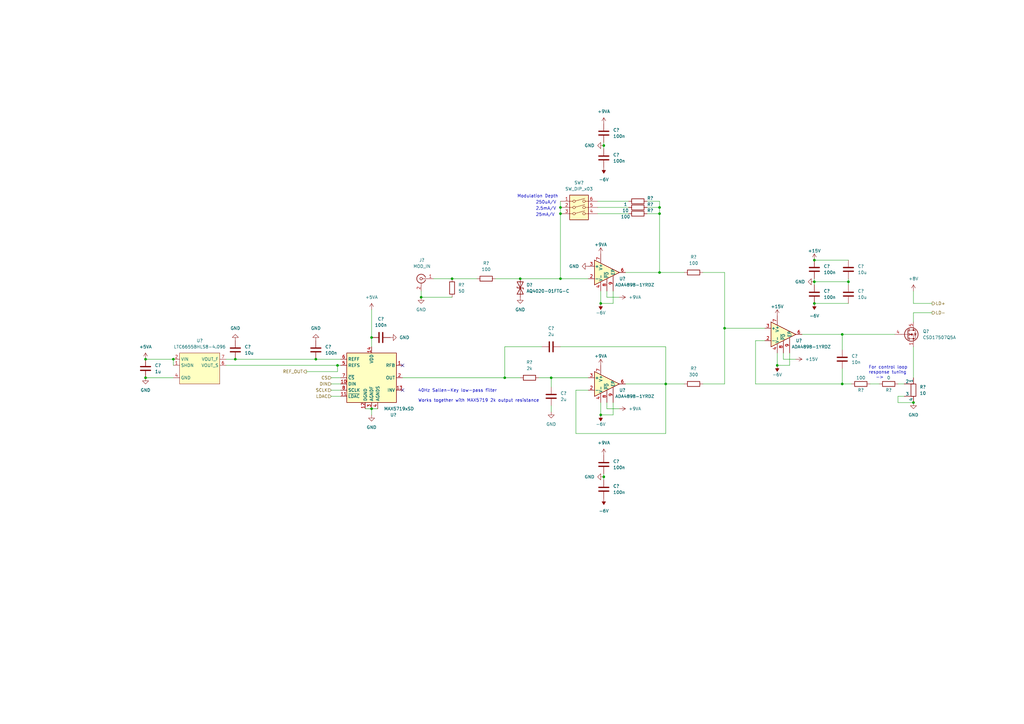
<source format=kicad_sch>
(kicad_sch (version 20211123) (generator eeschema)
  (paper "A3")
  (lib_symbols
    (symbol "Amplifier_Operational:ADA4898-1YRDZ" (pin_names (offset 0.127))
      (property "Reference" "U" (at 3.81 3.81 0))
      (property "Value" "ADA4898-1YRDZ" (at 11.43 -2.54 0))
      (symbol "ADA4898-1YRDZ_1_1"
        (polyline (pts (xy -5.08 5.08) (xy 5.08 0) (xy -5.08 -5.08) (xy -5.08 5.08)) (stroke (width 0.254)) (fill (type background)))
        (pin input line (at -7.62 -2.54 0) (length 2.54) (name "-") (number "2"))
        (pin input line (at -7.62 2.54 0) (length 2.54) (name "+") (number "3"))
        (pin power_in line (at -2.54 -7.62 90) (length 3.81) (name "V-") (number "4"))
        (pin output line (at 7.62 0 180) (length 2.54) (name "~") (number "6"))
        (pin power_in line (at -2.54 7.62 270) (length 3.81) (name "V+") (number "7"))
        (pin input line (at 0 -7.62 90) (length 5.08) (name "~{PD}") (number "8"))
        (pin passive line (at 2.54 -7.62 90) (length 6.35) (name "EP") (number "9"))
      )
    )
    (symbol "Analog_DAC:MAX5719xSD"
      (property "Reference" "U" (at -10.16 11.43 0))
      (property "Value" "MAX5719xSD" (at 1.27 11.43 0))
      (symbol "MAX5719xSD_0_1"
        (rectangle (start -10.16 10.16) (end 10.16 -10.16) (stroke (width 0.254)) (fill (type background)))
      )
      (symbol "MAX5719xSD_1_1"
        (pin passive line (at 12.7 5.08 180) (length 2.54) (name "RFB") (number "1"))
        (pin input line (at -12.7 -2.54 0) (length 2.54) (name "DIN") (number "10"))
        (pin input line (at -12.7 -7.62 0) (length 2.54) (name "~{LDAC}") (number "11"))
        (pin power_in line (at -2.54 -12.7 90) (length 2.54) (name "DGND") (number "12"))
        (pin passive line (at 12.7 -5.08 180) (length 2.54) (name "INV") (number "13"))
        (pin power_in line (at 0 12.7 270) (length 2.54) (name "VDD") (number "14"))
        (pin output line (at 12.7 0 180) (length 2.54) (name "OUT") (number "2"))
        (pin power_in line (at 0 -12.7 90) (length 2.54) (name "AGNDF") (number "3"))
        (pin power_in line (at 2.54 -12.7 90) (length 2.54) (name "AGNDS") (number "4"))
        (pin input line (at -12.7 5.08 0) (length 2.54) (name "REFS") (number "5"))
        (pin input line (at -12.7 7.62 0) (length 2.54) (name "REFF") (number "6"))
        (pin input line (at -12.7 0 0) (length 2.54) (name "~{CS}") (number "7"))
        (pin input line (at -12.7 -5.08 0) (length 2.54) (name "SCLK") (number "8"))
        (pin no_connect line (at 10.16 -7.62 180) (length 2.54) hide (name "NC") (number "9"))
      )
    )
    (symbol "Connector:Conn_Coaxial" (pin_names (offset 1.016) hide)
      (property "Reference" "J" (at 0.254 3.048 0))
      (property "Value" "Conn_Coaxial" (at 2.921 0 90))
      (symbol "Conn_Coaxial_0_1"
        (arc (start -1.778 -0.508) (mid 0.2311 -1.8066) (end 1.778 0) (stroke (width 0.254)))
        (polyline (pts (xy -2.54 0) (xy -0.508 0)))
        (polyline (pts (xy 0 -2.54) (xy 0 -1.778)))
        (circle (center 0 0) (radius 0.508) (stroke (width 0.2032)))
        (arc (start 1.778 0) (mid 0.2099 1.8101) (end -1.778 0.508) (stroke (width 0.254)))
      )
      (symbol "Conn_Coaxial_1_1"
        (pin passive line (at -5.08 0 0) (length 2.54) (name "In") (number "1"))
        (pin passive line (at 0 -5.08 90) (length 2.54) (name "Ext") (number "2"))
      )
    )
    (symbol "Device:C" (pin_numbers hide) (pin_names (offset 0.254))
      (property "Reference" "C" (at 0.635 2.54 0))
      (property "Value" "C" (at 0.635 -2.54 0))
      (symbol "C_0_1"
        (polyline (pts (xy -2.032 -0.762) (xy 2.032 -0.762)) (stroke (width 0.508)))
        (polyline (pts (xy -2.032 0.762) (xy 2.032 0.762)) (stroke (width 0.508)))
      )
      (symbol "C_1_1"
        (pin passive line (at 0 3.81 270) (length 2.794) (name "~") (number "1"))
        (pin passive line (at 0 -3.81 90) (length 2.794) (name "~") (number "2"))
      )
    )
    (symbol "Device:D_TVS" (pin_numbers hide) (pin_names (offset 1.016) hide)
      (property "Reference" "D" (at 0 2.54 0))
      (property "Value" "D_TVS" (at 0 -2.54 0))
      (symbol "D_TVS_0_1"
        (polyline (pts (xy 1.27 0) (xy -1.27 0)))
        (polyline (pts (xy 0.508 1.27) (xy 0 1.27) (xy 0 -1.27) (xy -0.508 -1.27)) (stroke (width 0.254)))
        (polyline (pts (xy -2.54 1.27) (xy -2.54 -1.27) (xy 2.54 1.27) (xy 2.54 -1.27) (xy -2.54 1.27)) (stroke (width 0.254)))
      )
      (symbol "D_TVS_1_1"
        (pin passive line (at -3.81 0 0) (length 2.54) (name "A1") (number "1"))
        (pin passive line (at 3.81 0 180) (length 2.54) (name "A2") (number "2"))
      )
    )
    (symbol "Device:R" (pin_numbers hide) (pin_names (offset 0))
      (property "Reference" "R" (at 2.032 0 90))
      (property "Value" "R" (at 0 0 90))
      (symbol "R_0_1"
        (rectangle (start -1.016 -2.54) (end 1.016 2.54) (stroke (width 0.254)))
      )
      (symbol "R_1_1"
        (pin passive line (at 0 3.81 270) (length 1.27) (name "~") (number "1"))
        (pin passive line (at 0 -3.81 90) (length 1.27) (name "~") (number "2"))
      )
    )
    (symbol "Device:R_Shunt" (pin_numbers hide) (pin_names (offset 0))
      (property "Reference" "R" (at -4.445 0 90))
      (property "Value" "R_Shunt" (at -2.54 0 90))
      (symbol "R_Shunt_0_1"
        (rectangle (start -1.016 -2.54) (end 1.016 2.54) (stroke (width 0.254)))
        (polyline (pts (xy 0 -2.54) (xy 1.27 -2.54)))
        (polyline (pts (xy 1.27 2.54) (xy 0 2.54)))
      )
      (symbol "R_Shunt_1_1"
        (pin passive line (at 0 5.08 270) (length 2.54) (name "1") (number "1"))
        (pin passive line (at 3.81 2.54 180) (length 2.54) (name "2") (number "2"))
        (pin passive line (at 3.81 -2.54 180) (length 2.54) (name "3") (number "3"))
        (pin passive line (at 0 -5.08 90) (length 2.54) (name "4") (number "4"))
      )
    )
    (symbol "Switch:SW_DIP_x03" (pin_names (offset 0) hide)
      (property "Reference" "SW" (at 0 8.89 0))
      (property "Value" "SW_DIP_x03" (at 0 -3.81 0))
      (symbol "SW_DIP_x03_0_0"
        (circle (center -2.032 0) (radius 0.508))
        (circle (center -2.032 2.54) (radius 0.508))
        (circle (center -2.032 5.08) (radius 0.508))
        (polyline (pts (xy -1.524 0.127) (xy 2.3622 1.1684)))
        (polyline (pts (xy -1.524 2.667) (xy 2.3622 3.7084)))
        (polyline (pts (xy -1.524 5.207) (xy 2.3622 6.2484)))
        (circle (center 2.032 0) (radius 0.508))
        (circle (center 2.032 2.54) (radius 0.508))
        (circle (center 2.032 5.08) (radius 0.508))
      )
      (symbol "SW_DIP_x03_0_1"
        (rectangle (start -3.81 7.62) (end 3.81 -2.54) (stroke (width 0.254)) (fill (type background)))
      )
      (symbol "SW_DIP_x03_1_1"
        (pin passive line (at -7.62 5.08 0) (length 5.08) (name "~") (number "1"))
        (pin passive line (at -7.62 2.54 0) (length 5.08) (name "~") (number "2"))
        (pin passive line (at -7.62 0 0) (length 5.08) (name "~") (number "3"))
        (pin passive line (at 7.62 0 180) (length 5.08) (name "~") (number "4"))
        (pin passive line (at 7.62 2.54 180) (length 5.08) (name "~") (number "5"))
        (pin passive line (at 7.62 5.08 180) (length 5.08) (name "~") (number "6"))
      )
    )
    (symbol "Transistor_FET:CSD17507Q5A" (pin_names hide)
      (property "Reference" "Q" (at 5.08 1.905 0))
      (property "Value" "CSD17507Q5A" (at 5.08 0 0))
      (symbol "CSD17507Q5A_0_1"
        (polyline (pts (xy 0.254 0) (xy -2.54 0)))
        (polyline (pts (xy 0.254 1.905) (xy 0.254 -1.905)) (stroke (width 0.254)))
        (polyline (pts (xy 0.762 -1.27) (xy 0.762 -2.286)) (stroke (width 0.254)))
        (polyline (pts (xy 0.762 0.508) (xy 0.762 -0.508)) (stroke (width 0.254)))
        (polyline (pts (xy 0.762 2.286) (xy 0.762 1.27)) (stroke (width 0.254)))
        (polyline (pts (xy 2.54 2.54) (xy 2.54 1.778)))
        (polyline (pts (xy 2.54 -2.54) (xy 2.54 0) (xy 0.762 0)))
        (polyline (pts (xy 0.762 -1.778) (xy 3.302 -1.778) (xy 3.302 1.778) (xy 0.762 1.778)))
        (polyline (pts (xy 1.016 0) (xy 2.032 0.381) (xy 2.032 -0.381) (xy 1.016 0)) (fill (type outline)))
        (polyline (pts (xy 2.794 0.508) (xy 2.921 0.381) (xy 3.683 0.381) (xy 3.81 0.254)))
        (polyline (pts (xy 3.302 0.381) (xy 2.921 -0.254) (xy 3.683 -0.254) (xy 3.302 0.381)))
        (circle (center 1.651 0) (radius 2.794) (stroke (width 0.254)))
        (circle (center 2.54 -1.778) (radius 0.254) (fill (type outline)))
        (circle (center 2.54 1.778) (radius 0.254) (fill (type outline)))
      )
      (symbol "CSD17507Q5A_1_1"
        (pin passive line (at 2.54 -5.08 90) (length 2.54) (name "S") (number "1"))
        (pin passive line (at 2.54 -5.08 90) (length 2.54) hide (name "S") (number "2"))
        (pin passive line (at 2.54 -5.08 90) (length 2.54) hide (name "S") (number "3"))
        (pin passive line (at -5.08 0 0) (length 2.54) (name "G") (number "4"))
        (pin passive line (at 2.54 5.08 270) (length 2.54) (name "D") (number "5"))
      )
    )
    (symbol "kirdy:LTC6655"
      (property "Reference" "U" (at 0 -10.16 0))
      (property "Value" "LTC6655" (at 0 -7.62 0))
      (symbol "LTC6655_0_0"
        (pin input line (at -10.16 2.54 0) (length 2.54) (name "SHDN") (number "1"))
        (pin power_in line (at -10.16 5.08 0) (length 2.54) (name "VIN") (number "2"))
        (pin power_in line (at -10.16 -2.54 0) (length 2.54) hide (name "GND") (number "3"))
        (pin power_in line (at -10.16 -2.54 0) (length 2.54) (name "GND") (number "4"))
        (pin power_in line (at -10.16 -2.54 0) (length 2.54) hide (name "GND") (number "5"))
        (pin input line (at 11.43 2.54 180) (length 2.54) (name "VOUT_S") (number "6"))
        (pin output line (at 11.43 5.08 180) (length 2.54) (name "VOUT_F") (number "7"))
        (pin power_in line (at -10.16 -2.54 0) (length 2.54) hide (name "GND") (number "8"))
      )
      (symbol "LTC6655_0_1"
        (rectangle (start -7.62 7.62) (end 8.89 -5.08) (fill (type background)))
      )
    )
    (symbol "power:+15V" (power) (pin_names (offset 0))
      (property "Value" "+15V" (at 0 3.556 0))
      (symbol "+15V_0_1"
        (polyline (pts (xy -0.762 1.27) (xy 0 2.54)))
        (polyline (pts (xy 0 0) (xy 0 2.54)))
        (polyline (pts (xy 0 2.54) (xy 0.762 1.27)))
      )
      (symbol "+15V_1_1"
        (pin power_in line (at 0 0 90) (length 0) hide (name "+15V") (number "1"))
      )
    )
    (symbol "power:+5VA" (power) (pin_names (offset 0))
      (property "Value" "+5VA" (at 0 3.556 0))
      (symbol "+5VA_0_1"
        (polyline (pts (xy -0.762 1.27) (xy 0 2.54)))
        (polyline (pts (xy 0 0) (xy 0 2.54)))
        (polyline (pts (xy 0 2.54) (xy 0.762 1.27)))
      )
      (symbol "+5VA_1_1"
        (pin power_in line (at 0 0 90) (length 0) hide (name "+5VA") (number "1"))
      )
    )
    (symbol "power:+8V" (power) (pin_names (offset 0))
      (property "Value" "+8V" (at 0 3.556 0))
      (symbol "+8V_0_1"
        (polyline (pts (xy -0.762 1.27) (xy 0 2.54)))
        (polyline (pts (xy 0 0) (xy 0 2.54)))
        (polyline (pts (xy 0 2.54) (xy 0.762 1.27)))
      )
      (symbol "+8V_1_1"
        (pin power_in line (at 0 0 90) (length 0) hide (name "+8V") (number "1"))
      )
    )
    (symbol "power:+9VA" (power) (pin_names (offset 0))
      (property "Value" "+9VA" (at 0 3.81 0))
      (symbol "+9VA_0_1"
        (polyline (pts (xy -0.762 1.27) (xy 0 2.54)))
        (polyline (pts (xy 0 0) (xy 0 2.54)))
        (polyline (pts (xy 0 2.54) (xy 0.762 1.27)))
      )
      (symbol "+9VA_1_1"
        (pin power_in line (at 0 0 90) (length 0) hide (name "+9VA") (number "1"))
      )
    )
    (symbol "power:-6V" (power) (pin_names (offset 0))
      (property "Value" "-6V" (at 0 3.81 0))
      (symbol "-6V_0_0"
        (pin power_in line (at 0 0 90) (length 0) hide (name "-6V") (number "1"))
      )
      (symbol "-6V_0_1"
        (polyline (pts (xy 0 0) (xy 0 1.27) (xy 0.762 1.27) (xy 0 2.54) (xy -0.762 1.27) (xy 0 1.27)) (fill (type outline)))
      )
    )
    (symbol "power:GND" (power) (pin_names (offset 0))
      (property "Value" "GND" (at 0 -3.81 0))
      (symbol "GND_0_1"
        (polyline (pts (xy 0 0) (xy 0 -1.27) (xy 1.27 -1.27) (xy 0 -2.54) (xy -1.27 -1.27) (xy 0 -1.27)))
      )
      (symbol "GND_1_1"
        (pin power_in line (at 0 0 270) (length 0) hide (name "GND") (number "1"))
      )
    )
  )
  (junction (at 229.87 87.63))
  (junction (at 270.51 111.76))
  (junction (at 318.77 149.86))
  (junction (at 229.87 85.09))
  (junction (at 334.01 115.57))
  (junction (at 138.43 149.86))
  (junction (at 247.65 59.69))
  (junction (at 213.36 114.3))
  (junction (at 334.01 106.68))
  (junction (at 185.42 114.3))
  (junction (at 246.38 170.18))
  (junction (at 273.05 157.48))
  (junction (at 246.38 124.46))
  (junction (at 129.54 147.32))
  (junction (at 207.01 154.94))
  (junction (at 96.52 147.32))
  (junction (at 347.98 115.57))
  (junction (at 226.06 154.94))
  (junction (at 247.65 195.58))
  (junction (at 71.12 147.32))
  (junction (at 334.01 124.46))
  (junction (at 270.51 87.63))
  (junction (at 345.44 157.48))
  (junction (at 374.65 165.1))
  (junction (at 59.69 154.94))
  (junction (at 152.4 138.43))
  (junction (at 152.4 167.64))
  (junction (at 345.44 137.16))
  (junction (at 270.51 85.09))
  (junction (at 172.72 121.92))
  (junction (at 59.69 147.32))
  (junction (at 229.87 114.3))
  (junction (at 297.18 134.62))
  (no_connect (at 165.1 160.02))
  (no_connect (at 165.1 149.86))
  (wire (pts (xy 226.06 166.37) (xy 226.06 168.91)))
  (wire (pts (xy 207.01 154.94) (xy 213.36 154.94)))
  (wire (pts (xy 71.12 147.32) (xy 71.12 149.86)))
  (wire (pts (xy 247.65 194.31) (xy 247.65 195.58)))
  (wire (pts (xy 172.72 121.92) (xy 185.42 121.92)))
  (wire (pts (xy 273.05 157.48) (xy 280.67 157.48)))
  (wire (pts (xy 334.01 115.57) (xy 334.01 116.84)))
  (wire (pts (xy 374.65 132.08) (xy 374.65 128.27)))
  (wire (pts (xy 229.87 142.24) (xy 273.05 142.24)))
  (wire (pts (xy 172.72 121.92) (xy 172.72 119.38)))
  (wire (pts (xy 125.73 152.4) (xy 138.43 152.4)))
  (wire (pts (xy 345.44 137.16) (xy 345.44 143.51)))
  (wire (pts (xy 328.93 137.16) (xy 345.44 137.16)))
  (wire (pts (xy 248.92 167.64) (xy 254 167.64)))
  (wire (pts (xy 213.36 114.3) (xy 229.87 114.3)))
  (wire (pts (xy 288.29 157.48) (xy 297.18 157.48)))
  (wire (pts (xy 247.65 59.69) (xy 247.65 60.96)))
  (wire (pts (xy 185.42 114.3) (xy 195.58 114.3)))
  (wire (pts (xy 177.8 114.3) (xy 185.42 114.3)))
  (wire (pts (xy 135.89 160.02) (xy 139.7 160.02)))
  (wire (pts (xy 270.51 82.55) (xy 270.51 85.09)))
  (wire (pts (xy 270.51 87.63) (xy 270.51 111.76)))
  (wire (pts (xy 203.2 114.3) (xy 213.36 114.3)))
  (wire (pts (xy 321.31 147.32) (xy 326.39 147.32)))
  (wire (pts (xy 368.3 162.56) (xy 368.3 165.1)))
  (wire (pts (xy 152.4 127) (xy 152.4 138.43)))
  (wire (pts (xy 96.52 147.32) (xy 129.54 147.32)))
  (wire (pts (xy 135.89 157.48) (xy 139.7 157.48)))
  (wire (pts (xy 270.51 111.76) (xy 280.67 111.76)))
  (wire (pts (xy 247.65 58.42) (xy 247.65 59.69)))
  (wire (pts (xy 138.43 152.4) (xy 138.43 149.86)))
  (wire (pts (xy 265.43 87.63) (xy 270.51 87.63)))
  (wire (pts (xy 135.89 154.94) (xy 139.7 154.94)))
  (wire (pts (xy 345.44 137.16) (xy 367.03 137.16)))
  (wire (pts (xy 256.54 157.48) (xy 273.05 157.48)))
  (wire (pts (xy 226.06 154.94) (xy 241.3 154.94)))
  (wire (pts (xy 220.98 154.94) (xy 226.06 154.94)))
  (wire (pts (xy 245.11 87.63) (xy 257.81 87.63)))
  (wire (pts (xy 273.05 177.8) (xy 273.05 157.48)))
  (wire (pts (xy 374.65 128.27) (xy 382.27 128.27)))
  (wire (pts (xy 138.43 149.86) (xy 139.7 149.86)))
  (wire (pts (xy 347.98 115.57) (xy 334.01 115.57)))
  (wire (pts (xy 92.71 149.86) (xy 138.43 149.86)))
  (wire (pts (xy 236.22 160.02) (xy 236.22 177.8)))
  (wire (pts (xy 251.46 124.46) (xy 251.46 119.38)))
  (wire (pts (xy 246.38 119.38) (xy 246.38 124.46)))
  (wire (pts (xy 251.46 170.18) (xy 251.46 165.1)))
  (wire (pts (xy 207.01 142.24) (xy 207.01 154.94)))
  (wire (pts (xy 222.25 142.24) (xy 207.01 142.24)))
  (wire (pts (xy 265.43 82.55) (xy 270.51 82.55)))
  (wire (pts (xy 297.18 134.62) (xy 313.69 134.62)))
  (wire (pts (xy 248.92 119.38) (xy 248.92 121.92)))
  (wire (pts (xy 246.38 124.46) (xy 251.46 124.46)))
  (wire (pts (xy 297.18 111.76) (xy 297.18 134.62)))
  (wire (pts (xy 318.77 149.86) (xy 323.85 149.86)))
  (wire (pts (xy 368.3 162.56) (xy 370.84 162.56)))
  (wire (pts (xy 92.71 147.32) (xy 96.52 147.32)))
  (wire (pts (xy 236.22 177.8) (xy 273.05 177.8)))
  (wire (pts (xy 356.87 157.48) (xy 360.68 157.48)))
  (wire (pts (xy 248.92 165.1) (xy 248.92 167.64)))
  (wire (pts (xy 165.1 154.94) (xy 207.01 154.94)))
  (wire (pts (xy 368.3 157.48) (xy 370.84 157.48)))
  (wire (pts (xy 256.54 111.76) (xy 270.51 111.76)))
  (wire (pts (xy 288.29 111.76) (xy 297.18 111.76)))
  (wire (pts (xy 265.43 85.09) (xy 270.51 85.09)))
  (wire (pts (xy 59.69 147.32) (xy 71.12 147.32)))
  (wire (pts (xy 59.69 154.94) (xy 71.12 154.94)))
  (wire (pts (xy 345.44 157.48) (xy 309.88 157.48)))
  (wire (pts (xy 229.87 82.55) (xy 229.87 85.09)))
  (wire (pts (xy 246.38 170.18) (xy 251.46 170.18)))
  (wire (pts (xy 318.77 144.78) (xy 318.77 149.86)))
  (wire (pts (xy 309.88 157.48) (xy 309.88 139.7)))
  (wire (pts (xy 152.4 138.43) (xy 152.4 142.24)))
  (wire (pts (xy 321.31 144.78) (xy 321.31 147.32)))
  (wire (pts (xy 374.65 124.46) (xy 382.27 124.46)))
  (wire (pts (xy 297.18 157.48) (xy 297.18 134.62)))
  (wire (pts (xy 229.87 85.09) (xy 229.87 87.63)))
  (wire (pts (xy 149.86 167.64) (xy 152.4 167.64)))
  (wire (pts (xy 135.89 162.56) (xy 139.7 162.56)))
  (wire (pts (xy 248.92 121.92) (xy 254 121.92)))
  (wire (pts (xy 129.54 147.32) (xy 139.7 147.32)))
  (wire (pts (xy 345.44 157.48) (xy 349.25 157.48)))
  (wire (pts (xy 246.38 165.1) (xy 246.38 170.18)))
  (wire (pts (xy 247.65 195.58) (xy 247.65 196.85)))
  (wire (pts (xy 229.87 87.63) (xy 229.87 114.3)))
  (wire (pts (xy 245.11 85.09) (xy 257.81 85.09)))
  (wire (pts (xy 347.98 114.3) (xy 347.98 115.57)))
  (wire (pts (xy 374.65 119.38) (xy 374.65 124.46)))
  (wire (pts (xy 152.4 167.64) (xy 152.4 170.18)))
  (wire (pts (xy 273.05 142.24) (xy 273.05 157.48)))
  (wire (pts (xy 347.98 115.57) (xy 347.98 116.84)))
  (wire (pts (xy 226.06 154.94) (xy 226.06 158.75)))
  (wire (pts (xy 241.3 160.02) (xy 236.22 160.02)))
  (wire (pts (xy 368.3 165.1) (xy 374.65 165.1)))
  (wire (pts (xy 334.01 114.3) (xy 334.01 115.57)))
  (wire (pts (xy 334.01 106.68) (xy 347.98 106.68)))
  (wire (pts (xy 334.01 124.46) (xy 347.98 124.46)))
  (wire (pts (xy 374.65 142.24) (xy 374.65 154.94)))
  (wire (pts (xy 323.85 149.86) (xy 323.85 144.78)))
  (wire (pts (xy 229.87 114.3) (xy 241.3 114.3)))
  (wire (pts (xy 345.44 151.13) (xy 345.44 157.48)))
  (wire (pts (xy 245.11 82.55) (xy 257.81 82.55)))
  (wire (pts (xy 270.51 85.09) (xy 270.51 87.63)))
  (wire (pts (xy 152.4 167.64) (xy 154.94 167.64)))
  (wire (pts (xy 309.88 139.7) (xy 313.69 139.7)))
  (text "250uA/V" (at 219.71 83.82 0) (effects (font (size 1.27 1.27)) (justify left bottom)))
  (text "2.5mA/V" (at 219.71 86.36 0) (effects (font (size 1.27 1.27)) (justify left bottom)))
  (text "For control loop\nresponse tuning\n   ->" (at 356.235 155.575 0) (effects (font (size 1.27 1.27)) (justify left bottom)))
  (text "25mA/V" (at 219.71 88.9 0) (effects (font (size 1.27 1.27)) (justify left bottom)))
  (text "40Hz Sallen-Key low-pass filter\n\nWorks together with MAX5719 2k output resistance" (at 171.45 165.1 0) (effects (font (size 1.27 1.27)) (justify left bottom)))
  (text "Modulation Depth" (at 212.09 81.28 0) (effects (font (size 1.27 1.27)) (justify left bottom)))
  (hierarchical_label "LDAC" (shape input) (at 135.89 162.56 180))
  (hierarchical_label "LD+" (shape output) (at 382.27 124.46 0))
  (hierarchical_label "SCLK" (shape input) (at 135.89 160.02 180))
  (hierarchical_label "REF_OUT" (shape output) (at 125.73 152.4 180))
  (hierarchical_label "DIN" (shape input) (at 135.89 157.48 180))
  (hierarchical_label "LD-" (shape output) (at 382.27 128.27 0))
  (hierarchical_label "CS" (shape input) (at 135.89 154.94 180))
  (symbol (lib_id "Device:R") (at 261.62 87.63 90) (unit 1)
    (property "Reference" "R?" (at 266.7 86.36 90))
    (property "Value" "100" (at 256.54 88.9 90))
  )
  (symbol (lib_id "Device:C") (at 226.06 142.24 90) (unit 1)
    (property "Reference" "C?" (at 226.06 134.62 90))
    (property "Value" "2u" (at 226.06 137.16 90))
  )
  (symbol (lib_id "power:+15V") (at 334.01 106.68 0) (unit 1)
    (property "Reference" "#PWR?" (effects hide))
    (property "Value" "+15V" (at 334.01 102.87 0))
  )
  (symbol (lib_id "power:+9VA") (at 247.65 50.8 0) (unit 1)
    (property "Reference" "#PWR?" (effects hide))
    (property "Value" "+9VA" (at 247.65 45.72 0))
  )
  (symbol (lib_id "Device:R") (at 364.49 157.48 90) (unit 1)
    (property "Reference" "R?" (at 364.49 160.02 90))
    (property "Value" "0" (at 364.49 154.94 90))
  )
  (symbol (lib_id "power:-6V") (at 247.65 68.58 180) (unit 1)
    (property "Reference" "#PWR?" (effects hide))
    (property "Value" "-6V" (at 247.65 73.66 0))
  )
  (symbol (lib_id "power:+5VA") (at 59.69 147.32 0) (unit 1)
    (property "Reference" "#PWR?" (effects hide))
    (property "Value" "+5VA" (at 59.69 142.24 0))
  )
  (symbol (lib_id "Device:C") (at 347.98 120.65 0) (unit 1)
    (property "Reference" "C?" (at 351.79 119.3799 0) (effects (justify left)))
    (property "Value" "10u" (at 351.79 121.9199 0) (effects (justify left)))
  )
  (symbol (lib_id "Device:C") (at 96.52 143.51 0) (unit 1)
    (property "Reference" "C?" (at 100.33 142.2399 0) (effects (justify left)))
    (property "Value" "10u" (at 100.33 144.7799 0) (effects (justify left)))
  )
  (symbol (lib_id "Device:R") (at 353.06 157.48 90) (unit 1)
    (property "Reference" "R?" (at 353.06 160.02 90))
    (property "Value" "100" (at 353.06 154.94 90))
  )
  (symbol (lib_id "power:GND") (at 247.65 195.58 270) (unit 1)
    (property "Reference" "#PWR?" (effects hide))
    (property "Value" "GND" (at 243.84 195.5799 90) (effects (justify right)))
  )
  (symbol (lib_id "power:GND") (at 152.4 170.18 0) (unit 1)
    (property "Reference" "#PWR?" (effects hide))
    (property "Value" "GND" (at 152.4 175.26 0))
  )
  (symbol (lib_id "Amplifier_Operational:ADA4898-1YRDZ") (at 321.31 137.16 0) (unit 1)
    (property "Reference" "U?" (at 327.66 139.7 0))
    (property "Value" "ADA4898-1YRDZ" (at 332.74 142.24 0))
    (property "Footprint" "Package_SO:SOIC-8-1EP_3.9x4.9mm_P1.27mm_EP2.29x3mm" (effects hide))
    (property "Datasheet" "https://www.analog.com/media/en/technical-documentation/data-sheets/ada4898-1_4898-2.pdf" (effects hide))
  )
  (symbol (lib_id "Device:C") (at 345.44 147.32 0) (unit 1)
    (property "Reference" "C?" (at 349.25 146.0499 0) (effects (justify left)))
    (property "Value" "10n" (at 349.25 148.5899 0) (effects (justify left)))
  )
  (symbol (lib_id "Device:R") (at 284.48 157.48 90) (unit 1)
    (property "Reference" "R?" (at 284.48 151.13 90))
    (property "Value" "300" (at 284.48 153.67 90))
  )
  (symbol (lib_id "power:GND") (at 160.02 138.43 90) (unit 1)
    (property "Reference" "#PWR?" (effects hide))
    (property "Value" "GND" (at 163.83 138.4299 90) (effects (justify right)))
  )
  (symbol (lib_id "power:GND") (at 59.69 154.94 0) (unit 1)
    (property "Reference" "#PWR?" (effects hide))
    (property "Value" "GND" (at 59.69 160.02 0))
  )
  (symbol (lib_id "power:GND") (at 96.52 139.7 180) (unit 1)
    (property "Reference" "#PWR?" (effects hide))
    (property "Value" "GND" (at 96.52 134.62 0))
  )
  (symbol (lib_id "power:+9VA") (at 247.65 186.69 0) (unit 1)
    (property "Reference" "#PWR?" (effects hide))
    (property "Value" "+9VA" (at 247.65 181.61 0))
  )
  (symbol (lib_id "Device:C") (at 247.65 54.61 0) (unit 1)
    (property "Reference" "C?" (at 251.46 53.3399 0) (effects (justify left)))
    (property "Value" "100n" (at 251.46 55.8799 0) (effects (justify left)))
  )
  (symbol (lib_id "power:-6V") (at 247.65 204.47 180) (unit 1)
    (property "Reference" "#PWR?" (effects hide))
    (property "Value" "-6V" (at 247.65 209.55 0))
  )
  (symbol (lib_id "Switch:SW_DIP_x03") (at 237.49 87.63 0) (unit 1)
    (property "Reference" "SW?" (at 237.49 74.93 0))
    (property "Value" "SW_DIP_x03" (at 237.49 77.47 0))
  )
  (symbol (lib_id "Amplifier_Operational:ADA4898-1YRDZ") (at 248.92 157.48 0) (unit 1)
    (property "Reference" "U?" (at 255.27 160.02 0))
    (property "Value" "ADA4898-1YRDZ" (at 260.35 162.56 0))
    (property "Footprint" "Package_SO:SOIC-8-1EP_3.9x4.9mm_P1.27mm_EP2.29x3mm" (effects hide))
    (property "Datasheet" "https://www.analog.com/media/en/technical-documentation/data-sheets/ada4898-1_4898-2.pdf" (effects hide))
  )
  (symbol (lib_id "power:GND") (at 334.01 115.57 270) (unit 1)
    (property "Reference" "#PWR?" (effects hide))
    (property "Value" "GND" (at 330.2 115.5699 90) (effects (justify right)))
  )
  (symbol (lib_id "Device:C") (at 334.01 120.65 0) (unit 1)
    (property "Reference" "C?" (at 337.82 119.3799 0) (effects (justify left)))
    (property "Value" "100n" (at 337.82 121.9199 0) (effects (justify left)))
  )
  (symbol (lib_id "power:GND") (at 226.06 168.91 0) (unit 1)
    (property "Reference" "#PWR?" (effects hide))
    (property "Value" "GND" (at 226.06 173.99 0))
  )
  (symbol (lib_id "Device:R") (at 217.17 154.94 90) (unit 1)
    (property "Reference" "R?" (at 217.17 148.59 90))
    (property "Value" "2k" (at 217.17 151.13 90))
  )
  (symbol (lib_id "power:+9VA") (at 254 121.92 270) (unit 1)
    (property "Reference" "#PWR?" (effects hide))
    (property "Value" "+9VA" (at 257.81 121.9199 90) (effects (justify left)))
  )
  (symbol (lib_id "Device:R_Shunt") (at 374.65 160.02 0) (mirror y) (unit 1)
    (property "Reference" "R?" (at 377.19 158.7499 0) (effects (justify right)))
    (property "Value" "10" (at 377.19 161.2899 0) (effects (justify right)))
  )
  (symbol (lib_id "power:-6V") (at 246.38 170.18 180) (unit 1)
    (property "Reference" "#PWR?" (effects hide))
    (property "Value" "-6V" (at 246.38 173.99 0))
  )
  (symbol (lib_id "power:GND") (at 241.3 109.22 270) (unit 1)
    (property "Reference" "#PWR?" (effects hide))
    (property "Value" "GND" (at 237.49 109.2199 90) (effects (justify right)))
  )
  (symbol (lib_id "power:+15V") (at 326.39 147.32 270) (unit 1)
    (property "Reference" "#PWR?" (effects hide))
    (property "Value" "+15V" (at 330.2 147.32 90) (effects (justify left)))
  )
  (symbol (lib_id "power:GND") (at 247.65 59.69 270) (unit 1)
    (property "Reference" "#PWR?" (effects hide))
    (property "Value" "GND" (at 243.84 59.6899 90) (effects (justify right)))
  )
  (symbol (lib_id "Device:C") (at 347.98 110.49 0) (unit 1)
    (property "Reference" "C?" (at 351.79 109.2199 0) (effects (justify left)))
    (property "Value" "10u" (at 351.79 111.7599 0) (effects (justify left)))
  )
  (symbol (lib_id "Device:R") (at 284.48 111.76 90) (unit 1)
    (property "Reference" "R?" (at 284.48 105.41 90))
    (property "Value" "100" (at 284.48 107.95 90))
  )
  (symbol (lib_id "Device:R") (at 185.42 118.11 0) (unit 1)
    (property "Reference" "R?" (at 187.96 116.8399 0) (effects (justify left)))
    (property "Value" "50" (at 187.96 119.3799 0) (effects (justify left)))
  )
  (symbol (lib_id "power:GND") (at 213.36 121.92 0) (unit 1)
    (property "Reference" "#PWR?" (effects hide))
    (property "Value" "GND" (at 213.36 127 0))
  )
  (symbol (lib_id "Device:R") (at 199.39 114.3 90) (unit 1)
    (property "Reference" "R?" (at 199.39 107.95 90))
    (property "Value" "100" (at 199.39 110.49 90))
  )
  (symbol (lib_id "power:+9VA") (at 254 167.64 270) (unit 1)
    (property "Reference" "#PWR?" (effects hide))
    (property "Value" "+9VA" (at 257.81 167.6399 90) (effects (justify left)))
  )
  (symbol (lib_id "power:GND") (at 374.65 165.1 0) (unit 1)
    (property "Reference" "#PWR?" (effects hide))
    (property "Value" "GND" (at 374.65 170.18 0))
  )
  (symbol (lib_id "Device:R") (at 261.62 82.55 90) (unit 1)
    (property "Reference" "R?" (at 266.7 81.28 90))
    (property "Value" "1" (at 256.54 83.82 90))
  )
  (symbol (lib_id "Device:C") (at 59.69 151.13 0) (unit 1)
    (property "Reference" "C?" (at 63.5 149.8599 0) (effects (justify left)))
    (property "Value" "1u" (at 63.5 152.3999 0) (effects (justify left)))
  )
  (symbol (lib_id "power:+8V") (at 374.65 119.38 0) (unit 1)
    (property "Reference" "#PWR?" (effects hide))
    (property "Value" "+8V" (at 374.65 114.3 0))
  )
  (symbol (lib_id "Amplifier_Operational:ADA4898-1YRDZ") (at 248.92 111.76 0) (unit 1)
    (property "Reference" "U?" (at 255.27 114.3 0))
    (property "Value" "ADA4898-1YRDZ" (at 260.35 116.84 0))
    (property "Footprint" "Package_SO:SOIC-8-1EP_3.9x4.9mm_P1.27mm_EP2.29x3mm" (effects hide))
    (property "Datasheet" "https://www.analog.com/media/en/technical-documentation/data-sheets/ada4898-1_4898-2.pdf" (effects hide))
  )
  (symbol (lib_id "power:-6V") (at 246.38 124.46 180) (unit 1)
    (property "Reference" "#PWR?" (effects hide))
    (property "Value" "-6V" (at 246.38 128.27 0))
  )
  (symbol (lib_id "power:GND") (at 129.54 139.7 180) (unit 1)
    (property "Reference" "#PWR?" (effects hide))
    (property "Value" "GND" (at 129.54 134.62 0))
  )
  (symbol (lib_id "power:GND") (at 172.72 121.92 0) (unit 1)
    (property "Reference" "#PWR?" (effects hide))
    (property "Value" "GND" (at 172.72 127 0))
  )
  (symbol (lib_id "Device:C") (at 334.01 110.49 0) (unit 1)
    (property "Reference" "C?" (at 337.82 109.2199 0) (effects (justify left)))
    (property "Value" "100n" (at 337.82 111.7599 0) (effects (justify left)))
  )
  (symbol (lib_id "Transistor_FET:CSD17507Q5A") (at 372.11 137.16 0) (unit 1)
    (property "Reference" "Q?" (at 378.46 135.8899 0) (effects (justify left)))
    (property "Value" "CSD17507Q5A" (at 378.46 138.4299 0) (effects (justify left)))
    (property "Footprint" "Package_TO_SOT_SMD:TDSON-8-1" (effects hide))
    (property "Datasheet" "http://www.ti.com/lit/gpn/csd17507q5a" (effects hide))
  )
  (symbol (lib_id "power:-6V") (at 318.77 149.86 180) (unit 1)
    (property "Reference" "#PWR?" (effects hide))
    (property "Value" "-6V" (at 318.77 153.67 0))
  )
  (symbol (lib_id "Device:R") (at 261.62 85.09 90) (unit 1)
    (property "Reference" "R?" (at 266.7 83.82 90))
    (property "Value" "10" (at 256.54 86.36 90))
  )
  (symbol (lib_id "power:-6V") (at 334.01 124.46 180) (unit 1)
    (property "Reference" "#PWR?" (effects hide))
    (property "Value" "-6V" (at 334.01 129.54 0))
  )
  (symbol (lib_id "Device:D_TVS") (at 213.36 118.11 90) (unit 1)
    (property "Reference" "D?" (at 215.9 116.8399 90) (effects (justify right)))
    (property "Value" "AQ4020-01FTG-C" (at 215.9 119.3799 90) (effects (justify right)))
    (property "Datasheet" "https://www.mouser.hk/datasheet/2/240/Littelfuse_tvs_diode_array_AQ4020_datasheet_pdf-1372610.pdf" (effects hide))
  )
  (symbol (lib_id "power:+9VA") (at 246.38 149.86 0) (unit 1)
    (property "Reference" "#PWR?" (effects hide))
    (property "Value" "+9VA" (at 246.38 146.05 0))
  )
  (symbol (lib_id "Device:C") (at 156.21 138.43 90) (unit 1)
    (property "Reference" "C?" (at 156.21 130.81 90))
    (property "Value" "100n" (at 156.21 133.35 90))
  )
  (symbol (lib_id "power:+9VA") (at 246.38 104.14 0) (unit 1)
    (property "Reference" "#PWR?" (effects hide))
    (property "Value" "+9VA" (at 246.38 100.33 0))
  )
  (symbol (lib_id "Device:C") (at 247.65 200.66 0) (unit 1)
    (property "Reference" "C?" (at 251.46 199.3899 0) (effects (justify left)))
    (property "Value" "100n" (at 251.46 201.9299 0) (effects (justify left)))
  )
  (symbol (lib_id "Device:C") (at 226.06 162.56 0) (unit 1)
    (property "Reference" "C?" (at 229.87 161.2899 0) (effects (justify left)))
    (property "Value" "2u" (at 229.87 163.8299 0) (effects (justify left)))
  )
  (symbol (lib_id "kirdy:LTC6655") (at 81.28 152.4 0) (unit 1)
    (property "Reference" "U?" (at 81.915 139.7 0))
    (property "Value" "LTC6655BHLS8-4.096" (at 81.915 142.24 0))
    (property "Footprint" "kirdy:LCC127P500X500X155-8N" (effects hide))
    (property "Datasheet" "https://www.analog.com/media/en/technical-documentation/data-sheets/ltc6655-6655ln.pdf" (effects hide))
  )
  (symbol (lib_id "Analog_DAC:MAX5719xSD") (at 152.4 154.94 0) (unit 1)
    (property "Reference" "U?" (at 160.02 170.18 0) (effects (justify left)))
    (property "Value" "MAX5719xSD" (at 157.48 167.64 0) (effects (justify left)))
    (property "Footprint" "Package_SO:SOIC-14_3.9x8.7mm_P1.27mm" (effects hide))
    (property "Datasheet" "https://datasheets.maximintegrated.com/en/ds/MAX5717-MAX5719.pdf" (effects hide))
  )
  (symbol (lib_id "power:+15V") (at 318.77 129.54 0) (unit 1)
    (property "Reference" "#PWR?" (effects hide))
    (property "Value" "+15V" (at 318.77 125.73 0))
  )
  (symbol (lib_id "Device:C") (at 129.54 143.51 0) (unit 1)
    (property "Reference" "C?" (at 133.35 142.2399 0) (effects (justify left)))
    (property "Value" "100n" (at 133.35 144.7799 0) (effects (justify left)))
  )
  (symbol (lib_id "Device:C") (at 247.65 64.77 0) (unit 1)
    (property "Reference" "C?" (at 251.46 63.4999 0) (effects (justify left)))
    (property "Value" "100n" (at 251.46 66.0399 0) (effects (justify left)))
  )
  (symbol (lib_id "power:+5VA") (at 152.4 127 0) (unit 1)
    (property "Reference" "#PWR?" (effects hide))
    (property "Value" "+5VA" (at 152.4 121.92 0))
  )
  (symbol (lib_id "Connector:Conn_Coaxial") (at 172.72 114.3 0) (mirror y) (unit 1)
    (property "Reference" "J?" (at 173.0374 106.68 0))
    (property "Value" "MOD_IN" (at 173.0374 109.22 0))
    (property "Datasheet" " ~" (effects hide))
  )
  (symbol (lib_id "Device:C") (at 247.65 190.5 0) (unit 1)
    (property "Reference" "C?" (at 251.46 189.2299 0) (effects (justify left)))
    (property "Value" "100n" (at 251.46 191.7699 0) (effects (justify left)))
  )
)
</source>
